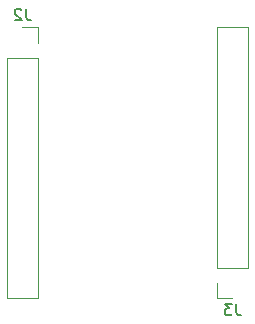
<source format=gbo>
G04 #@! TF.GenerationSoftware,KiCad,Pcbnew,(5.1.9)-1*
G04 #@! TF.CreationDate,2023-06-14T07:29:02+09:00*
G04 #@! TF.ProjectId,PICo-16f1765,5049436f-2d31-4366-9631-3736352e6b69,rev?*
G04 #@! TF.SameCoordinates,Original*
G04 #@! TF.FileFunction,Legend,Bot*
G04 #@! TF.FilePolarity,Positive*
%FSLAX46Y46*%
G04 Gerber Fmt 4.6, Leading zero omitted, Abs format (unit mm)*
G04 Created by KiCad (PCBNEW (5.1.9)-1) date 2023-06-14 07:29:02*
%MOMM*%
%LPD*%
G01*
G04 APERTURE LIST*
%ADD10C,0.120000*%
%ADD11C,0.150000*%
%ADD12C,2.200000*%
%ADD13O,1.600000X1.600000*%
%ADD14R,1.600000X1.600000*%
%ADD15C,1.500000*%
%ADD16O,1.700000X1.700000*%
%ADD17R,1.700000X1.700000*%
G04 APERTURE END LIST*
D10*
X11370000Y-29270000D02*
X12700000Y-29270000D01*
X11370000Y-27940000D02*
X11370000Y-29270000D01*
X11370000Y-26670000D02*
X14030000Y-26670000D01*
X14030000Y-26670000D02*
X14030000Y-6290000D01*
X11370000Y-26670000D02*
X11370000Y-6290000D01*
X11370000Y-6290000D02*
X14030000Y-6290000D01*
X-3750000Y-6290000D02*
X-5080000Y-6290000D01*
X-3750000Y-7620000D02*
X-3750000Y-6290000D01*
X-3750000Y-8890000D02*
X-6410000Y-8890000D01*
X-6410000Y-8890000D02*
X-6410000Y-29270000D01*
X-3750000Y-8890000D02*
X-3750000Y-29270000D01*
X-3750000Y-29270000D02*
X-6410000Y-29270000D01*
D11*
X13033333Y-29722380D02*
X13033333Y-30436666D01*
X13080952Y-30579523D01*
X13176190Y-30674761D01*
X13319047Y-30722380D01*
X13414285Y-30722380D01*
X12652380Y-29722380D02*
X12033333Y-29722380D01*
X12366666Y-30103333D01*
X12223809Y-30103333D01*
X12128571Y-30150952D01*
X12080952Y-30198571D01*
X12033333Y-30293809D01*
X12033333Y-30531904D01*
X12080952Y-30627142D01*
X12128571Y-30674761D01*
X12223809Y-30722380D01*
X12509523Y-30722380D01*
X12604761Y-30674761D01*
X12652380Y-30627142D01*
X-4746666Y-4742380D02*
X-4746666Y-5456666D01*
X-4699047Y-5599523D01*
X-4603809Y-5694761D01*
X-4460952Y-5742380D01*
X-4365714Y-5742380D01*
X-5175238Y-4837619D02*
X-5222857Y-4790000D01*
X-5318095Y-4742380D01*
X-5556190Y-4742380D01*
X-5651428Y-4790000D01*
X-5699047Y-4837619D01*
X-5746666Y-4932857D01*
X-5746666Y-5028095D01*
X-5699047Y-5170952D01*
X-5127619Y-5742380D01*
X-5746666Y-5742380D01*
%LPC*%
D12*
X11430000Y-45720000D03*
X-3810000Y-45720000D03*
X11430000Y13970000D03*
X-3810000Y13970000D03*
D13*
X7620000Y-13970000D03*
X0Y-29210000D03*
X7620000Y-16510000D03*
X0Y-26670000D03*
X7620000Y-19050000D03*
X0Y-24130000D03*
X7620000Y-21590000D03*
X0Y-21590000D03*
X7620000Y-24130000D03*
X0Y-19050000D03*
X7620000Y-26670000D03*
X0Y-16510000D03*
X7620000Y-29210000D03*
D14*
X0Y-13970000D03*
D15*
X6150000Y-8980000D03*
X1270000Y-8980000D03*
D16*
X12700000Y-7620000D03*
X12700000Y-10160000D03*
X12700000Y-12700000D03*
X12700000Y-15240000D03*
X12700000Y-17780000D03*
X12700000Y-20320000D03*
X12700000Y-22860000D03*
X12700000Y-25400000D03*
D17*
X12700000Y-27940000D03*
D16*
X-5080000Y-27940000D03*
X-5080000Y-25400000D03*
X-5080000Y-22860000D03*
X-5080000Y-20320000D03*
X-5080000Y-17780000D03*
X-5080000Y-15240000D03*
X-5080000Y-12700000D03*
X-5080000Y-10160000D03*
D17*
X-5080000Y-7620000D03*
D16*
X10160000Y10160000D03*
X7620000Y10160000D03*
X5080000Y10160000D03*
X2540000Y10160000D03*
X0Y10160000D03*
D17*
X-2540000Y10160000D03*
M02*

</source>
